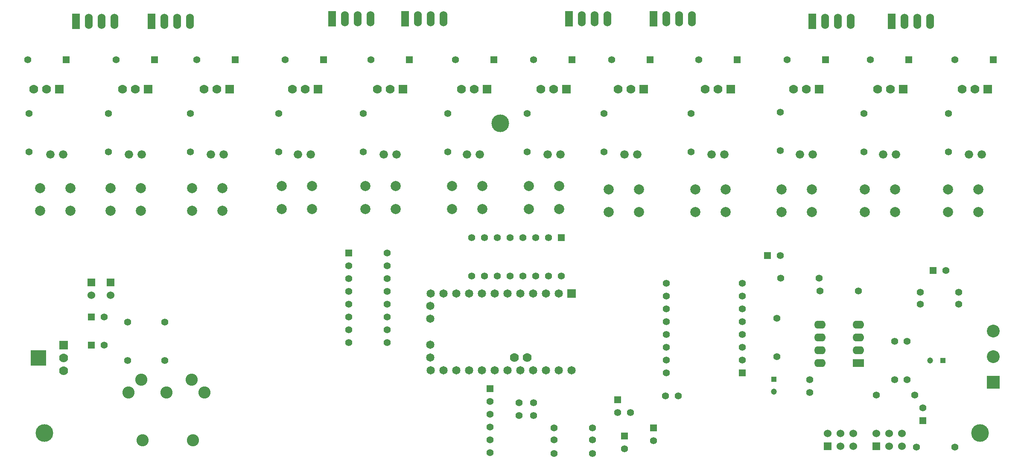
<source format=gbs>
G04 (created by PCBNEW (2013-07-07 BZR 4022)-stable) date 04/08/2014 14:26:28*
%MOIN*%
G04 Gerber Fmt 3.4, Leading zero omitted, Abs format*
%FSLAX34Y34*%
G01*
G70*
G90*
G04 APERTURE LIST*
%ADD10C,0.00590551*%
%ADD11R,0.065X0.065*%
%ADD12C,0.065*%
%ADD13C,0.07*%
%ADD14R,0.06X0.06*%
%ADD15C,0.06*%
%ADD16R,0.07X0.07*%
%ADD17R,0.12X0.12*%
%ADD18C,0.055*%
%ADD19C,0.066*%
%ADD20R,0.055X0.055*%
%ADD21R,0.1X0.1*%
%ADD22C,0.1*%
%ADD23C,0.095*%
%ADD24C,0.0787402*%
%ADD25R,0.09X0.062*%
%ADD26O,0.09X0.062*%
%ADD27C,0.137795*%
%ADD28R,0.0393701X0.0393701*%
%ADD29C,0.0472441*%
%ADD30O,0.06X0.12*%
%ADD31R,0.06X0.12*%
G04 APERTURE END LIST*
G54D10*
G54D11*
X59100Y-46050D03*
G54D12*
X58100Y-46050D03*
X57100Y-46050D03*
X56100Y-46050D03*
X55100Y-46050D03*
X54100Y-46050D03*
X53100Y-46050D03*
X52100Y-46050D03*
X51100Y-46050D03*
X50100Y-46050D03*
X49100Y-46050D03*
X48100Y-46050D03*
X48072Y-47042D03*
X48072Y-48026D03*
X48072Y-50073D03*
X48072Y-51057D03*
X48100Y-52050D03*
X49100Y-52050D03*
X50100Y-52050D03*
X51100Y-52050D03*
X52100Y-52050D03*
X53100Y-52050D03*
X54100Y-52050D03*
X55100Y-52050D03*
X56100Y-52050D03*
X57100Y-52050D03*
X58100Y-52050D03*
X59100Y-52050D03*
G54D13*
X55631Y-51057D03*
X54647Y-51057D03*
G54D14*
X79100Y-58000D03*
G54D15*
X79100Y-57000D03*
X80100Y-58000D03*
X80100Y-57000D03*
X81100Y-58000D03*
X81100Y-57000D03*
G54D13*
X19450Y-52100D03*
X19450Y-51100D03*
G54D16*
X19450Y-50100D03*
G54D17*
X17481Y-51100D03*
G54D18*
X49450Y-35000D03*
X49450Y-32000D03*
X16750Y-35000D03*
X16750Y-32000D03*
X22950Y-35000D03*
X22950Y-32000D03*
X29350Y-35000D03*
X29350Y-32000D03*
X36250Y-35000D03*
X36250Y-32000D03*
X42850Y-35000D03*
X42850Y-32000D03*
X88550Y-35000D03*
X88550Y-32000D03*
X81950Y-35000D03*
X81950Y-32000D03*
X55650Y-35000D03*
X55650Y-32000D03*
X61650Y-35000D03*
X61650Y-32000D03*
X68450Y-35000D03*
X68450Y-32000D03*
G54D19*
X30950Y-35200D03*
X31950Y-35200D03*
X76950Y-35200D03*
X77950Y-35200D03*
X37750Y-35200D03*
X38750Y-35200D03*
X24550Y-35200D03*
X25550Y-35200D03*
X90150Y-35200D03*
X91150Y-35200D03*
X70050Y-35200D03*
X71050Y-35200D03*
X18400Y-35200D03*
X19400Y-35200D03*
X44450Y-35200D03*
X45450Y-35200D03*
X83450Y-35200D03*
X84450Y-35200D03*
X50950Y-35200D03*
X51950Y-35200D03*
X63250Y-35200D03*
X64250Y-35200D03*
X57250Y-35200D03*
X58250Y-35200D03*
G54D20*
X46450Y-27800D03*
G54D18*
X43450Y-27800D03*
G54D20*
X85450Y-27800D03*
G54D18*
X82450Y-27800D03*
G54D20*
X65250Y-27800D03*
G54D18*
X62250Y-27800D03*
G54D20*
X19650Y-27800D03*
G54D18*
X16650Y-27800D03*
G54D20*
X26550Y-27800D03*
G54D18*
X23550Y-27800D03*
G54D20*
X92050Y-27800D03*
G54D18*
X89050Y-27800D03*
G54D20*
X78950Y-27800D03*
G54D18*
X75950Y-27800D03*
G54D20*
X59150Y-27800D03*
G54D18*
X56150Y-27800D03*
G54D20*
X32850Y-27800D03*
G54D18*
X29850Y-27800D03*
G54D20*
X72050Y-27800D03*
G54D18*
X69050Y-27800D03*
G54D20*
X39750Y-27800D03*
G54D18*
X36750Y-27800D03*
G54D20*
X53050Y-27800D03*
G54D18*
X50050Y-27800D03*
G54D13*
X37300Y-30100D03*
X38300Y-30100D03*
G54D16*
X39300Y-30100D03*
G54D13*
X89600Y-30100D03*
X90600Y-30100D03*
G54D16*
X91600Y-30100D03*
G54D13*
X17100Y-30100D03*
X18100Y-30100D03*
G54D16*
X19100Y-30100D03*
G54D13*
X24050Y-30100D03*
X25050Y-30100D03*
G54D16*
X26050Y-30100D03*
G54D13*
X30400Y-30100D03*
X31400Y-30100D03*
G54D16*
X32400Y-30100D03*
G54D13*
X43950Y-30100D03*
X44950Y-30100D03*
G54D16*
X45950Y-30100D03*
G54D13*
X50500Y-30100D03*
X51500Y-30100D03*
G54D16*
X52500Y-30100D03*
G54D13*
X56700Y-30100D03*
X57700Y-30100D03*
G54D16*
X58700Y-30100D03*
G54D13*
X62750Y-30100D03*
X63750Y-30100D03*
G54D16*
X64750Y-30100D03*
G54D13*
X69550Y-30100D03*
X70550Y-30100D03*
G54D16*
X71550Y-30100D03*
G54D13*
X76450Y-30100D03*
X77450Y-30100D03*
G54D16*
X78450Y-30100D03*
G54D13*
X83000Y-30100D03*
X84000Y-30100D03*
G54D16*
X85000Y-30100D03*
G54D21*
X92050Y-53000D03*
G54D22*
X92050Y-51000D03*
X92050Y-49000D03*
G54D23*
X24515Y-53787D03*
X27468Y-53787D03*
X30421Y-53787D03*
X25500Y-52803D03*
X29437Y-52803D03*
X25598Y-57527D03*
X29535Y-57527D03*
G54D18*
X27350Y-48300D03*
X27350Y-51300D03*
X24450Y-48300D03*
X24450Y-51300D03*
X60750Y-56550D03*
X57750Y-56550D03*
X57750Y-57500D03*
X60750Y-57500D03*
X57750Y-58550D03*
X60750Y-58550D03*
G54D20*
X72452Y-52250D03*
G54D18*
X72452Y-51250D03*
X72452Y-50250D03*
X72452Y-49250D03*
X72452Y-48250D03*
X72452Y-47250D03*
X72452Y-46250D03*
X72452Y-45250D03*
X66500Y-45250D03*
X66500Y-46250D03*
X66500Y-47250D03*
X66500Y-48250D03*
X66500Y-49250D03*
X66500Y-50250D03*
X66500Y-51250D03*
X66500Y-52250D03*
G54D20*
X21600Y-50100D03*
G54D18*
X22600Y-50100D03*
G54D20*
X21600Y-47900D03*
G54D18*
X22600Y-47900D03*
G54D14*
X23100Y-45200D03*
G54D15*
X23100Y-46200D03*
G54D14*
X21600Y-45200D03*
G54D15*
X21600Y-46200D03*
G54D24*
X88515Y-37926D03*
X90877Y-37926D03*
X88515Y-39698D03*
X90877Y-39698D03*
X43015Y-37676D03*
X45377Y-37676D03*
X43015Y-39448D03*
X45377Y-39448D03*
X82015Y-37926D03*
X84377Y-37926D03*
X82015Y-39698D03*
X84377Y-39698D03*
X49765Y-37676D03*
X52127Y-37676D03*
X49765Y-39448D03*
X52127Y-39448D03*
X36465Y-37676D03*
X38827Y-37676D03*
X36465Y-39448D03*
X38827Y-39448D03*
X75515Y-37926D03*
X77877Y-37926D03*
X75515Y-39698D03*
X77877Y-39698D03*
X55765Y-37676D03*
X58127Y-37676D03*
X55765Y-39448D03*
X58127Y-39448D03*
X29465Y-37826D03*
X31827Y-37826D03*
X29465Y-39598D03*
X31827Y-39598D03*
X23115Y-37826D03*
X25477Y-37826D03*
X23115Y-39598D03*
X25477Y-39598D03*
X68765Y-37926D03*
X71127Y-37926D03*
X68765Y-39698D03*
X71127Y-39698D03*
X62015Y-37926D03*
X64377Y-37926D03*
X62015Y-39698D03*
X64377Y-39698D03*
X17615Y-37826D03*
X19977Y-37826D03*
X17615Y-39598D03*
X19977Y-39598D03*
G54D18*
X85300Y-52800D03*
X85300Y-49800D03*
X84350Y-49800D03*
X84350Y-52800D03*
X75450Y-44850D03*
X78450Y-44850D03*
X75150Y-48000D03*
X75150Y-51000D03*
X81500Y-45850D03*
X78500Y-45850D03*
X89350Y-45950D03*
X86350Y-45950D03*
X86350Y-46900D03*
X89350Y-46900D03*
G54D25*
X81500Y-51500D03*
G54D26*
X81500Y-50500D03*
X81500Y-49500D03*
X81500Y-48500D03*
X78500Y-48500D03*
X78500Y-49500D03*
X78500Y-50500D03*
X78500Y-51500D03*
G54D18*
X77700Y-52800D03*
X77700Y-53800D03*
X55000Y-54600D03*
X55000Y-55600D03*
X56150Y-54600D03*
X56150Y-55600D03*
X66450Y-54050D03*
X67450Y-54050D03*
G54D20*
X87350Y-44250D03*
G54D18*
X88350Y-44250D03*
G54D20*
X62700Y-54350D03*
G54D18*
X62700Y-55350D03*
X63700Y-55350D03*
X85900Y-54000D03*
X82900Y-54000D03*
X89050Y-58050D03*
X86050Y-58050D03*
G54D14*
X82900Y-58000D03*
G54D15*
X82900Y-57000D03*
X83900Y-58000D03*
X83900Y-57000D03*
X84900Y-58000D03*
X84900Y-57000D03*
G54D20*
X63250Y-57200D03*
G54D18*
X63250Y-58200D03*
G54D20*
X65500Y-56550D03*
G54D18*
X65500Y-57550D03*
G54D20*
X74400Y-43100D03*
G54D18*
X75400Y-43100D03*
G54D20*
X86550Y-56000D03*
G54D18*
X86550Y-55000D03*
G54D27*
X53550Y-32750D03*
X17950Y-56950D03*
X91000Y-56950D03*
G54D28*
X88092Y-51300D03*
G54D29*
X87107Y-51300D03*
G54D28*
X74900Y-52757D03*
G54D29*
X74900Y-53742D03*
G54D18*
X75400Y-34900D03*
X75400Y-31900D03*
G54D30*
X23400Y-24800D03*
X22400Y-24800D03*
X21400Y-24800D03*
G54D31*
X20400Y-24800D03*
G54D30*
X29300Y-24800D03*
X28300Y-24800D03*
X27300Y-24800D03*
G54D31*
X26300Y-24800D03*
G54D30*
X43400Y-24600D03*
X42400Y-24600D03*
X41400Y-24600D03*
G54D31*
X40400Y-24600D03*
G54D30*
X49100Y-24600D03*
X48100Y-24600D03*
X47100Y-24600D03*
G54D31*
X46100Y-24600D03*
G54D30*
X61900Y-24600D03*
X60900Y-24600D03*
X59900Y-24600D03*
G54D31*
X58900Y-24600D03*
G54D30*
X68500Y-24600D03*
X67500Y-24600D03*
X66500Y-24600D03*
G54D31*
X65500Y-24600D03*
G54D30*
X80900Y-24800D03*
X79900Y-24800D03*
X78900Y-24800D03*
G54D31*
X77900Y-24800D03*
G54D30*
X87100Y-24800D03*
X86100Y-24800D03*
X85100Y-24800D03*
G54D31*
X84100Y-24800D03*
G54D20*
X58300Y-41700D03*
G54D18*
X57300Y-41700D03*
X56300Y-41700D03*
X55300Y-41700D03*
X54300Y-41700D03*
X53300Y-41700D03*
X52300Y-41700D03*
X51300Y-41700D03*
X51300Y-44700D03*
X52300Y-44700D03*
X53300Y-44700D03*
X54300Y-44700D03*
X55300Y-44700D03*
X56300Y-44700D03*
X57300Y-44700D03*
X58300Y-44700D03*
G54D20*
X41700Y-42900D03*
G54D18*
X41700Y-43900D03*
X41700Y-44900D03*
X41700Y-45900D03*
X41700Y-46900D03*
X41700Y-47900D03*
X41700Y-48900D03*
X41700Y-49900D03*
X44700Y-49900D03*
X44700Y-48900D03*
X44700Y-47900D03*
X44700Y-46900D03*
X44700Y-45900D03*
X44700Y-44900D03*
X44700Y-43900D03*
X44700Y-42900D03*
G54D20*
X52750Y-53500D03*
G54D18*
X52750Y-54500D03*
X52750Y-55500D03*
X52750Y-56500D03*
X52750Y-57500D03*
X52750Y-58500D03*
M02*

</source>
